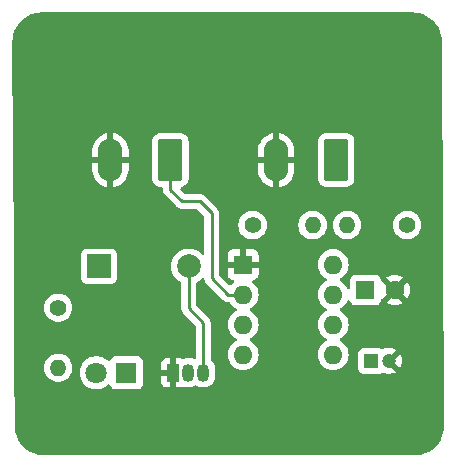
<source format=gbr>
%TF.GenerationSoftware,KiCad,Pcbnew,8.0.5*%
%TF.CreationDate,2025-02-06T17:58:04+03:00*%
%TF.ProjectId,Touch Switch Project,546f7563-6820-4537-9769-746368205072,v01*%
%TF.SameCoordinates,Original*%
%TF.FileFunction,Copper,L2,Bot*%
%TF.FilePolarity,Positive*%
%FSLAX46Y46*%
G04 Gerber Fmt 4.6, Leading zero omitted, Abs format (unit mm)*
G04 Created by KiCad (PCBNEW 8.0.5) date 2025-02-06 17:58:04*
%MOMM*%
%LPD*%
G01*
G04 APERTURE LIST*
G04 Aperture macros list*
%AMRoundRect*
0 Rectangle with rounded corners*
0 $1 Rounding radius*
0 $2 $3 $4 $5 $6 $7 $8 $9 X,Y pos of 4 corners*
0 Add a 4 corners polygon primitive as box body*
4,1,4,$2,$3,$4,$5,$6,$7,$8,$9,$2,$3,0*
0 Add four circle primitives for the rounded corners*
1,1,$1+$1,$2,$3*
1,1,$1+$1,$4,$5*
1,1,$1+$1,$6,$7*
1,1,$1+$1,$8,$9*
0 Add four rect primitives between the rounded corners*
20,1,$1+$1,$2,$3,$4,$5,0*
20,1,$1+$1,$4,$5,$6,$7,0*
20,1,$1+$1,$6,$7,$8,$9,0*
20,1,$1+$1,$8,$9,$2,$3,0*%
G04 Aperture macros list end*
%TA.AperFunction,ComponentPad*%
%ADD10C,1.400000*%
%TD*%
%TA.AperFunction,ComponentPad*%
%ADD11O,1.400000X1.400000*%
%TD*%
%TA.AperFunction,ComponentPad*%
%ADD12R,1.600000X1.600000*%
%TD*%
%TA.AperFunction,ComponentPad*%
%ADD13C,1.600000*%
%TD*%
%TA.AperFunction,ComponentPad*%
%ADD14R,2.000000X2.000000*%
%TD*%
%TA.AperFunction,ComponentPad*%
%ADD15C,2.000000*%
%TD*%
%TA.AperFunction,ComponentPad*%
%ADD16R,1.800000X1.800000*%
%TD*%
%TA.AperFunction,ComponentPad*%
%ADD17C,1.800000*%
%TD*%
%TA.AperFunction,ComponentPad*%
%ADD18R,1.050000X1.500000*%
%TD*%
%TA.AperFunction,ComponentPad*%
%ADD19O,1.050000X1.500000*%
%TD*%
%TA.AperFunction,ComponentPad*%
%ADD20O,1.600000X1.600000*%
%TD*%
%TA.AperFunction,ComponentPad*%
%ADD21R,1.200000X1.200000*%
%TD*%
%TA.AperFunction,ComponentPad*%
%ADD22C,1.200000*%
%TD*%
%TA.AperFunction,ComponentPad*%
%ADD23RoundRect,0.249999X0.790001X1.550001X-0.790001X1.550001X-0.790001X-1.550001X0.790001X-1.550001X0*%
%TD*%
%TA.AperFunction,ComponentPad*%
%ADD24O,2.080000X3.600000*%
%TD*%
%TA.AperFunction,Conductor*%
%ADD25C,0.254000*%
%TD*%
G04 APERTURE END LIST*
D10*
%TO.P,R2,1*%
%TO.N,VCC*%
X139460000Y-75500000D03*
D11*
%TO.P,R2,2*%
%TO.N,Net-(J1-Pin_1)*%
X144540000Y-75500000D03*
%TD*%
D10*
%TO.P,R1,1*%
%TO.N,Net-(U1-DIS)*%
X152540000Y-75500000D03*
D11*
%TO.P,R1,2*%
%TO.N,VCC*%
X147460000Y-75500000D03*
%TD*%
D12*
%TO.P,C1,1*%
%TO.N,Net-(U1-DIS)*%
X149000000Y-81000000D03*
D13*
%TO.P,C1,2*%
%TO.N,GND*%
X151500000Y-81000000D03*
%TD*%
D14*
%TO.P,BZ1,1,+*%
%TO.N,VCC*%
X126460225Y-79000000D03*
D15*
%TO.P,BZ1,2,-*%
%TO.N,Net-(BZ1--)*%
X134060225Y-79000000D03*
%TD*%
D16*
%TO.P,LED,1,K*%
%TO.N,Net-(BZ1--)*%
X128775000Y-88000000D03*
D17*
%TO.P,LED,2,A*%
%TO.N,Net-(D1-A)*%
X126235000Y-88000000D03*
%TD*%
D18*
%TO.P,Q1,1,E*%
%TO.N,GND*%
X132730000Y-88000000D03*
D19*
%TO.P,Q1,2,B*%
%TO.N,Net-(Q1-B)*%
X134000000Y-88000000D03*
%TO.P,Q1,3,C*%
%TO.N,Net-(BZ1--)*%
X135270000Y-88000000D03*
%TD*%
D10*
%TO.P,R3,1*%
%TO.N,VCC*%
X123000000Y-82500000D03*
D11*
%TO.P,R3,2*%
%TO.N,Net-(D1-A)*%
X123000000Y-87580000D03*
%TD*%
D12*
%TO.P,555,1,GND*%
%TO.N,GND*%
X138660225Y-78850000D03*
D20*
%TO.P,555,2,TR*%
%TO.N,Net-(J1-Pin_1)*%
X138660225Y-81390000D03*
%TO.P,555,3,Q*%
%TO.N,Net-(Q1-B)*%
X138660225Y-83930000D03*
%TO.P,555,4,R*%
%TO.N,VCC*%
X138660225Y-86470000D03*
%TO.P,555,5,CV*%
%TO.N,Net-(U1-CV)*%
X146280225Y-86470000D03*
%TO.P,555,6,THR*%
%TO.N,Net-(U1-DIS)*%
X146280225Y-83930000D03*
%TO.P,555,7,DIS*%
X146280225Y-81390000D03*
%TO.P,555,8,VCC*%
%TO.N,VCC*%
X146280225Y-78850000D03*
%TD*%
D21*
%TO.P,C2,1*%
%TO.N,Net-(U1-CV)*%
X149500000Y-87000000D03*
D22*
%TO.P,C2,2*%
%TO.N,GND*%
X151000000Y-87000000D03*
%TD*%
D23*
%TO.P,Touch Input,1,Pin_1*%
%TO.N,Net-(J1-Pin_1)*%
X132500000Y-70000000D03*
D24*
%TO.P,Touch Input,2,Pin_2*%
%TO.N,GND*%
X127420000Y-70000000D03*
%TD*%
D23*
%TO.P,BAT+,1,Pin_1*%
%TO.N,VCC*%
X146540000Y-70000000D03*
D24*
%TO.P,BAT+,2,Pin_2*%
%TO.N,GND*%
X141460000Y-70000000D03*
%TD*%
D25*
%TO.N,Net-(BZ1--)*%
X134060225Y-79000000D02*
X134060225Y-82560225D01*
X135270000Y-83770000D02*
X135270000Y-88000000D01*
X134060225Y-82560225D02*
X135270000Y-83770000D01*
%TO.N,Net-(J1-Pin_1)*%
X136000000Y-74500000D02*
X136000000Y-80000000D01*
X133500000Y-73500000D02*
X135000000Y-73500000D01*
X135000000Y-73500000D02*
X136000000Y-74500000D01*
X132500000Y-72500000D02*
X133500000Y-73500000D01*
X136000000Y-80000000D02*
X137390000Y-81390000D01*
X132500000Y-70000000D02*
X132500000Y-72500000D01*
X137390000Y-81390000D02*
X138660225Y-81390000D01*
%TD*%
%TA.AperFunction,Conductor*%
%TO.N,GND*%
G36*
X153003736Y-57500726D02*
G01*
X153293796Y-57518271D01*
X153308659Y-57520076D01*
X153590798Y-57571780D01*
X153605335Y-57575363D01*
X153879172Y-57660695D01*
X153893163Y-57666000D01*
X154154743Y-57783727D01*
X154167989Y-57790680D01*
X154413465Y-57939075D01*
X154425776Y-57947573D01*
X154425792Y-57947585D01*
X154651573Y-58124473D01*
X154662781Y-58134403D01*
X154865596Y-58337218D01*
X154875526Y-58348426D01*
X154933811Y-58422821D01*
X154995481Y-58501538D01*
X155052422Y-58574217D01*
X155060926Y-58586537D01*
X155201633Y-58819295D01*
X155209316Y-58832004D01*
X155216275Y-58845263D01*
X155333997Y-59106831D01*
X155339306Y-59120832D01*
X155424635Y-59394663D01*
X155428219Y-59409201D01*
X155479923Y-59691340D01*
X155481728Y-59706205D01*
X155499274Y-59996263D01*
X155499500Y-60003750D01*
X155499500Y-60070244D01*
X155499938Y-60076642D01*
X155688807Y-92496024D01*
X155688583Y-92504233D01*
X155671068Y-92793797D01*
X155669263Y-92808662D01*
X155617559Y-93090802D01*
X155613975Y-93105340D01*
X155528643Y-93379185D01*
X155523337Y-93393176D01*
X155405615Y-93654746D01*
X155398656Y-93668004D01*
X155250265Y-93913475D01*
X155241759Y-93925799D01*
X155064873Y-94151580D01*
X155054944Y-94162788D01*
X154852116Y-94365619D01*
X154840908Y-94375548D01*
X154615120Y-94552443D01*
X154602797Y-94560949D01*
X154357333Y-94709341D01*
X154344074Y-94716300D01*
X154082514Y-94834021D01*
X154068514Y-94839331D01*
X153794669Y-94924668D01*
X153780130Y-94928252D01*
X153497993Y-94979960D01*
X153483128Y-94981765D01*
X153193729Y-94999274D01*
X153186241Y-94999500D01*
X121814421Y-94999500D01*
X121806932Y-94999274D01*
X121516874Y-94981724D01*
X121502010Y-94979919D01*
X121219878Y-94928213D01*
X121205339Y-94924629D01*
X120931499Y-94839294D01*
X120917499Y-94833984D01*
X120655943Y-94716265D01*
X120642684Y-94709306D01*
X120397224Y-94560917D01*
X120384901Y-94552411D01*
X120159117Y-94375518D01*
X120147909Y-94365589D01*
X119945085Y-94162762D01*
X119935156Y-94151553D01*
X119758271Y-93925772D01*
X119749771Y-93913459D01*
X119601370Y-93667972D01*
X119594426Y-93654742D01*
X119476697Y-93393156D01*
X119471395Y-93379175D01*
X119386059Y-93105319D01*
X119382477Y-93090783D01*
X119330776Y-92808657D01*
X119328971Y-92793793D01*
X119311386Y-92503081D01*
X119311160Y-92495594D01*
X119311160Y-92429745D01*
X119310720Y-92423350D01*
X119282504Y-87579999D01*
X121794357Y-87579999D01*
X121794357Y-87580000D01*
X121814884Y-87801535D01*
X121814885Y-87801537D01*
X121875769Y-88015523D01*
X121875775Y-88015538D01*
X121974938Y-88214683D01*
X121974943Y-88214691D01*
X122109020Y-88392238D01*
X122273437Y-88542123D01*
X122273439Y-88542125D01*
X122462595Y-88659245D01*
X122462596Y-88659245D01*
X122462599Y-88659247D01*
X122670060Y-88739618D01*
X122888757Y-88780500D01*
X122888759Y-88780500D01*
X123111241Y-88780500D01*
X123111243Y-88780500D01*
X123329940Y-88739618D01*
X123537401Y-88659247D01*
X123726562Y-88542124D01*
X123890981Y-88392236D01*
X124025058Y-88214689D01*
X124124229Y-88015528D01*
X124128649Y-87999993D01*
X124829700Y-87999993D01*
X124829700Y-88000006D01*
X124848864Y-88231297D01*
X124848866Y-88231308D01*
X124905842Y-88456300D01*
X124999075Y-88668848D01*
X125126016Y-88863147D01*
X125126019Y-88863151D01*
X125126021Y-88863153D01*
X125283216Y-89033913D01*
X125283219Y-89033915D01*
X125283222Y-89033918D01*
X125466365Y-89176464D01*
X125466371Y-89176468D01*
X125466374Y-89176470D01*
X125670497Y-89286936D01*
X125784487Y-89326068D01*
X125890015Y-89362297D01*
X125890017Y-89362297D01*
X125890019Y-89362298D01*
X126118951Y-89400500D01*
X126118952Y-89400500D01*
X126351048Y-89400500D01*
X126351049Y-89400500D01*
X126579981Y-89362298D01*
X126799503Y-89286936D01*
X127003626Y-89176470D01*
X127186784Y-89033913D01*
X127195130Y-89024846D01*
X127255010Y-88988854D01*
X127324849Y-88990949D01*
X127382468Y-89030469D01*
X127402544Y-89065491D01*
X127431203Y-89142330D01*
X127431206Y-89142335D01*
X127517452Y-89257544D01*
X127517455Y-89257547D01*
X127632664Y-89343793D01*
X127632671Y-89343797D01*
X127767517Y-89394091D01*
X127767516Y-89394091D01*
X127774444Y-89394835D01*
X127827127Y-89400500D01*
X129722872Y-89400499D01*
X129782483Y-89394091D01*
X129917331Y-89343796D01*
X130032546Y-89257546D01*
X130118796Y-89142331D01*
X130169091Y-89007483D01*
X130175500Y-88947873D01*
X130175499Y-87052128D01*
X130169091Y-86992517D01*
X130167608Y-86988542D01*
X130118797Y-86857671D01*
X130118793Y-86857664D01*
X130032547Y-86742455D01*
X130032544Y-86742452D01*
X129917335Y-86656206D01*
X129917328Y-86656202D01*
X129782482Y-86605908D01*
X129782483Y-86605908D01*
X129722883Y-86599501D01*
X129722881Y-86599500D01*
X129722873Y-86599500D01*
X129722864Y-86599500D01*
X127827129Y-86599500D01*
X127827123Y-86599501D01*
X127767516Y-86605908D01*
X127632671Y-86656202D01*
X127632664Y-86656206D01*
X127517455Y-86742452D01*
X127517452Y-86742455D01*
X127431206Y-86857664D01*
X127431203Y-86857670D01*
X127402544Y-86934508D01*
X127360672Y-86990441D01*
X127295208Y-87014858D01*
X127226935Y-87000006D01*
X127195135Y-86975158D01*
X127186784Y-86966087D01*
X127186778Y-86966082D01*
X127186777Y-86966081D01*
X127003634Y-86823535D01*
X127003628Y-86823531D01*
X126799504Y-86713064D01*
X126799495Y-86713061D01*
X126579984Y-86637702D01*
X126359654Y-86600936D01*
X126351049Y-86599500D01*
X126118951Y-86599500D01*
X126110346Y-86600936D01*
X125890015Y-86637702D01*
X125670504Y-86713061D01*
X125670495Y-86713064D01*
X125466371Y-86823531D01*
X125466365Y-86823535D01*
X125283222Y-86966081D01*
X125283219Y-86966084D01*
X125283216Y-86966086D01*
X125283216Y-86966087D01*
X125244719Y-87007906D01*
X125126016Y-87136852D01*
X124999075Y-87331151D01*
X124905842Y-87543699D01*
X124848866Y-87768691D01*
X124848864Y-87768702D01*
X124829700Y-87999993D01*
X124128649Y-87999993D01*
X124185115Y-87801536D01*
X124205643Y-87580000D01*
X124185115Y-87358464D01*
X124124229Y-87144472D01*
X124124224Y-87144461D01*
X124025061Y-86945316D01*
X124025056Y-86945308D01*
X123890979Y-86767761D01*
X123726562Y-86617876D01*
X123726560Y-86617874D01*
X123537404Y-86500754D01*
X123537398Y-86500752D01*
X123329940Y-86420382D01*
X123111243Y-86379500D01*
X122888757Y-86379500D01*
X122670060Y-86420382D01*
X122541987Y-86469998D01*
X122462601Y-86500752D01*
X122462595Y-86500754D01*
X122273439Y-86617874D01*
X122273437Y-86617876D01*
X122109020Y-86767761D01*
X121974943Y-86945308D01*
X121974938Y-86945316D01*
X121875775Y-87144461D01*
X121875769Y-87144476D01*
X121814885Y-87358462D01*
X121814884Y-87358464D01*
X121794357Y-87579999D01*
X119282504Y-87579999D01*
X119252909Y-82499999D01*
X121794357Y-82499999D01*
X121794357Y-82500000D01*
X121814884Y-82721535D01*
X121814885Y-82721537D01*
X121875769Y-82935523D01*
X121875775Y-82935538D01*
X121974938Y-83134683D01*
X121974943Y-83134691D01*
X122109020Y-83312238D01*
X122273437Y-83462123D01*
X122273439Y-83462125D01*
X122462595Y-83579245D01*
X122462596Y-83579245D01*
X122462599Y-83579247D01*
X122670060Y-83659618D01*
X122888757Y-83700500D01*
X122888759Y-83700500D01*
X123111241Y-83700500D01*
X123111243Y-83700500D01*
X123329940Y-83659618D01*
X123537401Y-83579247D01*
X123726562Y-83462124D01*
X123890981Y-83312236D01*
X124025058Y-83134689D01*
X124124229Y-82935528D01*
X124185115Y-82721536D01*
X124205643Y-82500000D01*
X124185115Y-82278464D01*
X124124229Y-82064472D01*
X124113206Y-82042335D01*
X124025061Y-81865316D01*
X124025056Y-81865308D01*
X123890979Y-81687761D01*
X123726562Y-81537876D01*
X123726560Y-81537874D01*
X123537404Y-81420754D01*
X123537398Y-81420752D01*
X123329940Y-81340382D01*
X123111243Y-81299500D01*
X122888757Y-81299500D01*
X122670060Y-81340382D01*
X122586532Y-81372741D01*
X122462601Y-81420752D01*
X122462595Y-81420754D01*
X122273439Y-81537874D01*
X122273437Y-81537876D01*
X122109020Y-81687761D01*
X121974943Y-81865308D01*
X121974938Y-81865316D01*
X121875775Y-82064461D01*
X121875769Y-82064476D01*
X121814885Y-82278462D01*
X121814884Y-82278464D01*
X121794357Y-82499999D01*
X119252909Y-82499999D01*
X119226414Y-77952135D01*
X124959725Y-77952135D01*
X124959725Y-80047870D01*
X124959726Y-80047876D01*
X124966133Y-80107483D01*
X125016427Y-80242328D01*
X125016431Y-80242335D01*
X125102677Y-80357544D01*
X125102680Y-80357547D01*
X125217889Y-80443793D01*
X125217896Y-80443797D01*
X125352742Y-80494091D01*
X125352741Y-80494091D01*
X125359669Y-80494835D01*
X125412352Y-80500500D01*
X127508097Y-80500499D01*
X127567708Y-80494091D01*
X127702556Y-80443796D01*
X127817771Y-80357546D01*
X127904021Y-80242331D01*
X127954316Y-80107483D01*
X127960725Y-80047873D01*
X127960724Y-77952128D01*
X127954316Y-77892517D01*
X127954216Y-77892250D01*
X127904022Y-77757671D01*
X127904018Y-77757664D01*
X127817772Y-77642455D01*
X127817769Y-77642452D01*
X127702560Y-77556206D01*
X127702553Y-77556202D01*
X127567707Y-77505908D01*
X127567708Y-77505908D01*
X127508108Y-77499501D01*
X127508106Y-77499500D01*
X127508098Y-77499500D01*
X127508089Y-77499500D01*
X125412354Y-77499500D01*
X125412348Y-77499501D01*
X125352741Y-77505908D01*
X125217896Y-77556202D01*
X125217889Y-77556206D01*
X125102680Y-77642452D01*
X125102677Y-77642455D01*
X125016431Y-77757664D01*
X125016427Y-77757671D01*
X124966133Y-77892517D01*
X124960747Y-77942620D01*
X124959726Y-77952123D01*
X124959725Y-77952135D01*
X119226414Y-77952135D01*
X119174953Y-69118799D01*
X125880000Y-69118799D01*
X125880000Y-69750000D01*
X126765879Y-69750000D01*
X126746901Y-69795818D01*
X126720000Y-69931056D01*
X126720000Y-70068944D01*
X126746901Y-70204182D01*
X126765879Y-70250000D01*
X125880000Y-70250000D01*
X125880000Y-70881200D01*
X125917920Y-71120618D01*
X125992827Y-71351159D01*
X126102874Y-71567136D01*
X126245356Y-71763245D01*
X126416754Y-71934643D01*
X126612863Y-72077125D01*
X126828840Y-72187172D01*
X127059381Y-72262080D01*
X127170000Y-72279600D01*
X127170000Y-70654120D01*
X127215818Y-70673099D01*
X127351056Y-70700000D01*
X127488944Y-70700000D01*
X127624182Y-70673099D01*
X127670000Y-70654120D01*
X127670000Y-72279599D01*
X127780618Y-72262080D01*
X128011159Y-72187172D01*
X128227136Y-72077125D01*
X128423245Y-71934643D01*
X128594643Y-71763245D01*
X128737125Y-71567136D01*
X128847172Y-71351159D01*
X128922079Y-71120618D01*
X128960000Y-70881200D01*
X128960000Y-70250000D01*
X128074121Y-70250000D01*
X128093099Y-70204182D01*
X128120000Y-70068944D01*
X128120000Y-69931056D01*
X128093099Y-69795818D01*
X128074121Y-69750000D01*
X128960000Y-69750000D01*
X128960000Y-69118799D01*
X128922079Y-68879381D01*
X128847172Y-68648840D01*
X128737125Y-68432863D01*
X128713235Y-68399982D01*
X130959500Y-68399982D01*
X130959500Y-71600017D01*
X130970000Y-71702796D01*
X130970001Y-71702798D01*
X131025186Y-71869335D01*
X131117288Y-72018656D01*
X131241344Y-72142712D01*
X131390665Y-72234814D01*
X131557202Y-72289999D01*
X131659990Y-72300500D01*
X131748500Y-72300500D01*
X131815539Y-72320185D01*
X131861294Y-72372989D01*
X131872500Y-72424500D01*
X131872500Y-72561807D01*
X131896612Y-72683027D01*
X131896614Y-72683035D01*
X131930062Y-72763784D01*
X131943917Y-72797233D01*
X131994209Y-72872500D01*
X132012589Y-72900008D01*
X132012590Y-72900009D01*
X132012593Y-72900013D01*
X133012589Y-73900008D01*
X133099992Y-73987411D01*
X133099994Y-73987413D01*
X133099996Y-73987414D01*
X133202756Y-74056076D01*
X133202758Y-74056077D01*
X133202767Y-74056083D01*
X133227772Y-74066440D01*
X133250071Y-74075677D01*
X133292254Y-74093149D01*
X133316966Y-74103386D01*
X133438192Y-74127499D01*
X133438196Y-74127500D01*
X133438197Y-74127500D01*
X133561804Y-74127500D01*
X134688719Y-74127500D01*
X134755758Y-74147185D01*
X134776400Y-74163819D01*
X135336181Y-74723600D01*
X135369666Y-74784923D01*
X135372500Y-74811281D01*
X135372500Y-77892250D01*
X135352815Y-77959289D01*
X135300011Y-78005044D01*
X135230853Y-78014988D01*
X135167297Y-77985963D01*
X135157271Y-77976233D01*
X135079972Y-77892265D01*
X135079969Y-77892262D01*
X135025610Y-77849953D01*
X134883734Y-77739526D01*
X134883732Y-77739525D01*
X134883731Y-77739524D01*
X134665036Y-77621172D01*
X134665027Y-77621169D01*
X134429841Y-77540429D01*
X134184560Y-77499500D01*
X133935890Y-77499500D01*
X133690608Y-77540429D01*
X133455422Y-77621169D01*
X133455413Y-77621172D01*
X133236718Y-77739524D01*
X133040482Y-77892261D01*
X132872058Y-78075217D01*
X132736051Y-78283393D01*
X132636161Y-78511118D01*
X132575117Y-78752175D01*
X132575115Y-78752187D01*
X132554582Y-78999994D01*
X132554582Y-79000005D01*
X132575115Y-79247812D01*
X132575117Y-79247824D01*
X132636161Y-79488881D01*
X132736051Y-79716606D01*
X132872058Y-79924782D01*
X132902328Y-79957664D01*
X133040481Y-80107738D01*
X133140851Y-80185859D01*
X133236713Y-80260472D01*
X133236717Y-80260475D01*
X133367742Y-80331381D01*
X133417333Y-80380600D01*
X133432725Y-80440436D01*
X133432725Y-82622032D01*
X133456837Y-82743253D01*
X133456839Y-82743260D01*
X133480107Y-82799432D01*
X133504142Y-82857458D01*
X133534480Y-82902861D01*
X133534480Y-82902862D01*
X133572815Y-82960235D01*
X133572818Y-82960238D01*
X134606181Y-83993600D01*
X134639666Y-84054923D01*
X134642500Y-84081281D01*
X134642500Y-86745560D01*
X134622815Y-86812599D01*
X134570011Y-86858354D01*
X134500853Y-86868298D01*
X134471047Y-86860121D01*
X134299127Y-86788909D01*
X134299119Y-86788907D01*
X134101007Y-86749500D01*
X134101003Y-86749500D01*
X133898997Y-86749500D01*
X133898992Y-86749500D01*
X133700880Y-86788907D01*
X133700868Y-86788910D01*
X133619661Y-86822547D01*
X133550191Y-86830016D01*
X133505140Y-86810405D01*
X133504872Y-86810897D01*
X133499374Y-86807894D01*
X133497895Y-86807251D01*
X133497086Y-86806645D01*
X133362379Y-86756403D01*
X133362372Y-86756401D01*
X133302844Y-86750000D01*
X132980000Y-86750000D01*
X132980000Y-87634134D01*
X132977617Y-87658326D01*
X132974500Y-87673995D01*
X132974500Y-87714170D01*
X132960255Y-87699925D01*
X132874745Y-87650556D01*
X132779370Y-87625000D01*
X132680630Y-87625000D01*
X132585255Y-87650556D01*
X132499745Y-87699925D01*
X132480000Y-87719670D01*
X132480000Y-86750000D01*
X132157155Y-86750000D01*
X132097627Y-86756401D01*
X132097620Y-86756403D01*
X131962913Y-86806645D01*
X131962906Y-86806649D01*
X131847812Y-86892809D01*
X131847809Y-86892812D01*
X131761649Y-87007906D01*
X131761645Y-87007913D01*
X131711403Y-87142620D01*
X131711401Y-87142627D01*
X131705000Y-87202155D01*
X131705000Y-87750000D01*
X132449670Y-87750000D01*
X132429925Y-87769745D01*
X132380556Y-87855255D01*
X132355000Y-87950630D01*
X132355000Y-88049370D01*
X132380556Y-88144745D01*
X132429925Y-88230255D01*
X132449670Y-88250000D01*
X131705000Y-88250000D01*
X131705000Y-88797844D01*
X131711401Y-88857372D01*
X131711403Y-88857379D01*
X131761645Y-88992086D01*
X131761649Y-88992093D01*
X131847809Y-89107187D01*
X131847812Y-89107190D01*
X131962906Y-89193350D01*
X131962913Y-89193354D01*
X132097620Y-89243596D01*
X132097627Y-89243598D01*
X132157155Y-89249999D01*
X132157172Y-89250000D01*
X132480000Y-89250000D01*
X132480000Y-88280330D01*
X132499745Y-88300075D01*
X132585255Y-88349444D01*
X132680630Y-88375000D01*
X132779370Y-88375000D01*
X132874745Y-88349444D01*
X132960255Y-88300075D01*
X132974500Y-88285830D01*
X132974500Y-88326002D01*
X132977617Y-88341671D01*
X132980000Y-88365865D01*
X132980000Y-89250000D01*
X133302828Y-89250000D01*
X133302844Y-89249999D01*
X133362372Y-89243598D01*
X133362376Y-89243597D01*
X133497089Y-89193352D01*
X133497896Y-89192748D01*
X133498845Y-89192393D01*
X133504876Y-89189101D01*
X133505349Y-89189967D01*
X133563360Y-89168329D01*
X133619661Y-89177451D01*
X133700873Y-89211091D01*
X133864288Y-89243596D01*
X133898992Y-89250499D01*
X133898996Y-89250500D01*
X133898997Y-89250500D01*
X134101004Y-89250500D01*
X134101005Y-89250499D01*
X134299127Y-89211091D01*
X134485756Y-89133786D01*
X134566110Y-89080094D01*
X134632786Y-89059217D01*
X134700166Y-89077701D01*
X134703865Y-89080078D01*
X134784244Y-89133786D01*
X134970873Y-89211091D01*
X135134288Y-89243596D01*
X135168992Y-89250499D01*
X135168996Y-89250500D01*
X135168997Y-89250500D01*
X135371004Y-89250500D01*
X135371005Y-89250499D01*
X135569127Y-89211091D01*
X135755756Y-89133786D01*
X135923718Y-89021558D01*
X136066558Y-88878718D01*
X136178786Y-88710756D01*
X136256091Y-88524127D01*
X136295500Y-88326003D01*
X136295500Y-87673997D01*
X136256091Y-87475873D01*
X136178786Y-87289244D01*
X136178784Y-87289241D01*
X136178782Y-87289237D01*
X136066558Y-87121281D01*
X135933819Y-86988542D01*
X135900334Y-86927219D01*
X135897500Y-86900861D01*
X135897500Y-83708194D01*
X135873386Y-83586970D01*
X135873385Y-83586969D01*
X135873385Y-83586965D01*
X135870187Y-83579245D01*
X135826086Y-83472773D01*
X135826079Y-83472760D01*
X135757412Y-83369993D01*
X135757411Y-83369992D01*
X135670008Y-83282589D01*
X134724044Y-82336625D01*
X134690559Y-82275302D01*
X134687725Y-82248944D01*
X134687725Y-80440436D01*
X134707410Y-80373397D01*
X134752708Y-80331381D01*
X134777967Y-80317712D01*
X134883734Y-80260474D01*
X135079969Y-80107738D01*
X135162788Y-80017772D01*
X135222674Y-79981782D01*
X135292512Y-79983882D01*
X135350128Y-80023405D01*
X135375634Y-80077564D01*
X135396612Y-80183028D01*
X135396613Y-80183032D01*
X135396614Y-80183035D01*
X135398615Y-80187865D01*
X135421176Y-80242331D01*
X135421175Y-80242331D01*
X135421176Y-80242332D01*
X135443913Y-80297226D01*
X135443920Y-80297239D01*
X135512588Y-80400007D01*
X135512591Y-80400011D01*
X136902589Y-81790008D01*
X136949069Y-81836488D01*
X136989993Y-81877412D01*
X137092760Y-81946079D01*
X137092773Y-81946086D01*
X137136106Y-81964035D01*
X137136107Y-81964035D01*
X137206966Y-81993386D01*
X137328192Y-82017499D01*
X137328196Y-82017500D01*
X137328197Y-82017500D01*
X137447438Y-82017500D01*
X137514477Y-82037185D01*
X137549011Y-82070376D01*
X137555068Y-82079025D01*
X137660179Y-82229141D01*
X137821083Y-82390045D01*
X137821086Y-82390047D01*
X138007491Y-82520568D01*
X138065500Y-82547618D01*
X138117939Y-82593791D01*
X138137091Y-82660984D01*
X138116875Y-82727865D01*
X138065500Y-82772382D01*
X138007492Y-82799431D01*
X138007490Y-82799432D01*
X137821083Y-82929954D01*
X137660179Y-83090858D01*
X137529657Y-83277265D01*
X137529656Y-83277267D01*
X137433486Y-83483502D01*
X137433483Y-83483511D01*
X137374591Y-83703302D01*
X137374589Y-83703313D01*
X137354757Y-83929998D01*
X137354757Y-83930001D01*
X137374589Y-84156686D01*
X137374591Y-84156697D01*
X137433483Y-84376488D01*
X137433486Y-84376497D01*
X137529656Y-84582732D01*
X137529657Y-84582734D01*
X137660179Y-84769141D01*
X137821083Y-84930045D01*
X137821086Y-84930047D01*
X138007491Y-85060568D01*
X138065500Y-85087618D01*
X138117939Y-85133791D01*
X138137091Y-85200984D01*
X138116875Y-85267865D01*
X138065500Y-85312382D01*
X138007492Y-85339431D01*
X138007490Y-85339432D01*
X137821083Y-85469954D01*
X137660179Y-85630858D01*
X137529657Y-85817265D01*
X137529656Y-85817267D01*
X137433486Y-86023502D01*
X137433483Y-86023511D01*
X137374591Y-86243302D01*
X137374589Y-86243313D01*
X137354757Y-86469998D01*
X137354757Y-86470001D01*
X137374589Y-86696686D01*
X137374591Y-86696697D01*
X137433483Y-86916488D01*
X137433486Y-86916497D01*
X137529656Y-87122732D01*
X137529657Y-87122734D01*
X137660179Y-87309141D01*
X137821083Y-87470045D01*
X137821086Y-87470047D01*
X138007491Y-87600568D01*
X138213729Y-87696739D01*
X138433533Y-87755635D01*
X138594811Y-87769745D01*
X138660223Y-87775468D01*
X138660225Y-87775468D01*
X138660227Y-87775468D01*
X138725639Y-87769745D01*
X138886917Y-87755635D01*
X139106721Y-87696739D01*
X139312959Y-87600568D01*
X139499364Y-87470047D01*
X139660272Y-87309139D01*
X139790793Y-87122734D01*
X139886964Y-86916496D01*
X139945860Y-86696692D01*
X139965693Y-86470000D01*
X139945860Y-86243308D01*
X139886964Y-86023504D01*
X139790793Y-85817266D01*
X139660272Y-85630861D01*
X139660270Y-85630858D01*
X139499366Y-85469954D01*
X139312959Y-85339432D01*
X139312953Y-85339429D01*
X139254950Y-85312382D01*
X139202510Y-85266210D01*
X139183358Y-85199017D01*
X139203573Y-85132135D01*
X139254950Y-85087618D01*
X139312959Y-85060568D01*
X139499364Y-84930047D01*
X139660272Y-84769139D01*
X139790793Y-84582734D01*
X139886964Y-84376496D01*
X139945860Y-84156692D01*
X139965693Y-83930000D01*
X139945860Y-83703308D01*
X139886964Y-83483504D01*
X139790793Y-83277266D01*
X139660272Y-83090861D01*
X139660270Y-83090858D01*
X139499366Y-82929954D01*
X139312959Y-82799432D01*
X139312953Y-82799429D01*
X139254950Y-82772382D01*
X139202510Y-82726210D01*
X139183358Y-82659017D01*
X139203573Y-82592135D01*
X139254950Y-82547618D01*
X139312959Y-82520568D01*
X139499364Y-82390047D01*
X139660272Y-82229139D01*
X139790793Y-82042734D01*
X139886964Y-81836496D01*
X139945860Y-81616692D01*
X139965693Y-81390000D01*
X139945860Y-81163308D01*
X139886964Y-80943504D01*
X139790793Y-80737266D01*
X139662247Y-80553682D01*
X139660270Y-80550858D01*
X139499368Y-80389956D01*
X139474137Y-80372289D01*
X139430512Y-80317712D01*
X139423320Y-80248213D01*
X139454842Y-80185859D01*
X139515072Y-80150445D01*
X139532006Y-80147424D01*
X139567605Y-80143596D01*
X139702311Y-80093354D01*
X139702318Y-80093350D01*
X139817412Y-80007190D01*
X139817415Y-80007187D01*
X139903575Y-79892093D01*
X139903579Y-79892086D01*
X139953821Y-79757379D01*
X139953823Y-79757372D01*
X139960224Y-79697844D01*
X139960225Y-79697827D01*
X139960225Y-79100000D01*
X138975911Y-79100000D01*
X138980305Y-79095606D01*
X139032966Y-79004394D01*
X139060225Y-78902661D01*
X139060225Y-78849998D01*
X144974757Y-78849998D01*
X144974757Y-78850001D01*
X144994589Y-79076686D01*
X144994591Y-79076697D01*
X145053483Y-79296488D01*
X145053486Y-79296497D01*
X145149656Y-79502732D01*
X145149657Y-79502734D01*
X145280179Y-79689141D01*
X145441083Y-79850045D01*
X145441086Y-79850047D01*
X145627491Y-79980568D01*
X145684582Y-80007190D01*
X145685500Y-80007618D01*
X145737939Y-80053791D01*
X145757091Y-80120984D01*
X145736875Y-80187865D01*
X145685500Y-80232382D01*
X145627492Y-80259431D01*
X145627490Y-80259432D01*
X145441083Y-80389954D01*
X145280179Y-80550858D01*
X145149657Y-80737265D01*
X145149656Y-80737267D01*
X145053486Y-80943502D01*
X145053483Y-80943511D01*
X144994591Y-81163302D01*
X144994589Y-81163313D01*
X144974757Y-81389998D01*
X144974757Y-81390001D01*
X144994589Y-81616686D01*
X144994591Y-81616697D01*
X145053483Y-81836488D01*
X145053486Y-81836497D01*
X145149656Y-82042732D01*
X145149657Y-82042734D01*
X145280179Y-82229141D01*
X145441083Y-82390045D01*
X145441086Y-82390047D01*
X145627491Y-82520568D01*
X145685500Y-82547618D01*
X145737939Y-82593791D01*
X145757091Y-82660984D01*
X145736875Y-82727865D01*
X145685500Y-82772382D01*
X145627492Y-82799431D01*
X145627490Y-82799432D01*
X145441083Y-82929954D01*
X145280179Y-83090858D01*
X145149657Y-83277265D01*
X145149656Y-83277267D01*
X145053486Y-83483502D01*
X145053483Y-83483511D01*
X144994591Y-83703302D01*
X144994589Y-83703313D01*
X144974757Y-83929998D01*
X144974757Y-83930001D01*
X144994589Y-84156686D01*
X144994591Y-84156697D01*
X145053483Y-84376488D01*
X145053486Y-84376497D01*
X145149656Y-84582732D01*
X145149657Y-84582734D01*
X145280179Y-84769141D01*
X145441083Y-84930045D01*
X145441086Y-84930047D01*
X145627491Y-85060568D01*
X145685500Y-85087618D01*
X145737939Y-85133791D01*
X145757091Y-85200984D01*
X145736875Y-85267865D01*
X145685500Y-85312382D01*
X145627492Y-85339431D01*
X145627490Y-85339432D01*
X145441083Y-85469954D01*
X145280179Y-85630858D01*
X145149657Y-85817265D01*
X145149656Y-85817267D01*
X145053486Y-86023502D01*
X145053483Y-86023511D01*
X144994591Y-86243302D01*
X144994589Y-86243313D01*
X144974757Y-86469998D01*
X144974757Y-86470001D01*
X144994589Y-86696686D01*
X144994591Y-86696697D01*
X145053483Y-86916488D01*
X145053486Y-86916497D01*
X145149656Y-87122732D01*
X145149657Y-87122734D01*
X145280179Y-87309141D01*
X145441083Y-87470045D01*
X145441086Y-87470047D01*
X145627491Y-87600568D01*
X145833729Y-87696739D01*
X146053533Y-87755635D01*
X146214811Y-87769745D01*
X146280223Y-87775468D01*
X146280225Y-87775468D01*
X146280227Y-87775468D01*
X146345639Y-87769745D01*
X146506917Y-87755635D01*
X146726721Y-87696739D01*
X146932959Y-87600568D01*
X147119364Y-87470047D01*
X147280272Y-87309139D01*
X147410793Y-87122734D01*
X147506964Y-86916496D01*
X147565860Y-86696692D01*
X147585693Y-86470000D01*
X147575381Y-86352135D01*
X148399500Y-86352135D01*
X148399500Y-87647870D01*
X148399501Y-87647876D01*
X148405908Y-87707483D01*
X148456202Y-87842328D01*
X148456206Y-87842335D01*
X148542452Y-87957544D01*
X148542455Y-87957547D01*
X148657664Y-88043793D01*
X148657671Y-88043797D01*
X148792517Y-88094091D01*
X148792516Y-88094091D01*
X148799444Y-88094835D01*
X148852127Y-88100500D01*
X150147872Y-88100499D01*
X150207483Y-88094091D01*
X150342329Y-88043797D01*
X150342329Y-88043796D01*
X150342331Y-88043796D01*
X150391993Y-88006618D01*
X150457454Y-87982201D01*
X150511097Y-87990258D01*
X150697678Y-88062539D01*
X150898072Y-88100000D01*
X151101928Y-88100000D01*
X151302322Y-88062539D01*
X151492412Y-87988899D01*
X151492416Y-87988897D01*
X151580686Y-87934241D01*
X151580686Y-87934240D01*
X150941300Y-87294854D01*
X150960504Y-87300000D01*
X151039496Y-87300000D01*
X151115796Y-87279556D01*
X151184205Y-87240060D01*
X151240060Y-87184205D01*
X151279556Y-87115796D01*
X151300000Y-87039496D01*
X151300000Y-87000000D01*
X151353553Y-87000000D01*
X151937465Y-87583912D01*
X151939247Y-87581553D01*
X151939248Y-87581551D01*
X152030113Y-87399069D01*
X152030116Y-87399063D01*
X152085902Y-87202992D01*
X152085903Y-87202989D01*
X152104713Y-87000000D01*
X152104713Y-86999999D01*
X152085903Y-86797010D01*
X152085902Y-86797007D01*
X152030116Y-86600936D01*
X152030113Y-86600930D01*
X151939249Y-86418449D01*
X151939247Y-86418447D01*
X151937465Y-86416087D01*
X151353553Y-87000000D01*
X151300000Y-87000000D01*
X151300000Y-86960504D01*
X151279556Y-86884204D01*
X151240060Y-86815795D01*
X151184205Y-86759940D01*
X151115796Y-86720444D01*
X151039496Y-86700000D01*
X150960504Y-86700000D01*
X150941301Y-86705145D01*
X151000000Y-86646447D01*
X151580687Y-86065758D01*
X151492413Y-86011101D01*
X151492411Y-86011100D01*
X151302321Y-85937460D01*
X151101928Y-85900000D01*
X150898072Y-85900000D01*
X150697677Y-85937460D01*
X150511098Y-86009741D01*
X150441474Y-86015603D01*
X150391993Y-85993381D01*
X150342331Y-85956204D01*
X150342329Y-85956203D01*
X150342328Y-85956202D01*
X150207482Y-85905908D01*
X150207483Y-85905908D01*
X150147883Y-85899501D01*
X150147881Y-85899500D01*
X150147873Y-85899500D01*
X150147864Y-85899500D01*
X148852129Y-85899500D01*
X148852123Y-85899501D01*
X148792516Y-85905908D01*
X148657671Y-85956202D01*
X148657664Y-85956206D01*
X148542455Y-86042452D01*
X148542452Y-86042455D01*
X148456206Y-86157664D01*
X148456202Y-86157671D01*
X148405908Y-86292517D01*
X148399501Y-86352116D01*
X148399500Y-86352135D01*
X147575381Y-86352135D01*
X147565860Y-86243308D01*
X147506964Y-86023504D01*
X147410793Y-85817266D01*
X147280272Y-85630861D01*
X147280270Y-85630858D01*
X147119366Y-85469954D01*
X146932959Y-85339432D01*
X146932953Y-85339429D01*
X146874950Y-85312382D01*
X146822510Y-85266210D01*
X146803358Y-85199017D01*
X146823573Y-85132135D01*
X146874950Y-85087618D01*
X146932959Y-85060568D01*
X147119364Y-84930047D01*
X147280272Y-84769139D01*
X147410793Y-84582734D01*
X147506964Y-84376496D01*
X147565860Y-84156692D01*
X147585693Y-83930000D01*
X147565860Y-83703308D01*
X147506964Y-83483504D01*
X147410793Y-83277266D01*
X147280272Y-83090861D01*
X147280270Y-83090858D01*
X147119366Y-82929954D01*
X146932959Y-82799432D01*
X146932953Y-82799429D01*
X146874950Y-82772382D01*
X146822510Y-82726210D01*
X146803358Y-82659017D01*
X146823573Y-82592135D01*
X146874950Y-82547618D01*
X146932959Y-82520568D01*
X147119364Y-82390047D01*
X147280272Y-82229139D01*
X147410793Y-82042734D01*
X147477677Y-81899299D01*
X147523848Y-81846862D01*
X147591041Y-81827710D01*
X147657923Y-81847925D01*
X147703257Y-81901091D01*
X147706240Y-81908373D01*
X147756202Y-82042328D01*
X147756206Y-82042335D01*
X147842452Y-82157544D01*
X147842455Y-82157547D01*
X147957664Y-82243793D01*
X147957671Y-82243797D01*
X148092517Y-82294091D01*
X148092516Y-82294091D01*
X148099444Y-82294835D01*
X148152127Y-82300500D01*
X149847872Y-82300499D01*
X149907483Y-82294091D01*
X150042331Y-82243796D01*
X150157546Y-82157546D01*
X150243796Y-82042331D01*
X150294091Y-81907483D01*
X150300500Y-81847873D01*
X150300499Y-81847845D01*
X150300678Y-81844547D01*
X150302183Y-81844627D01*
X150320112Y-81783326D01*
X150372868Y-81737514D01*
X150416465Y-81729981D01*
X151100000Y-81046446D01*
X151100000Y-81052661D01*
X151127259Y-81154394D01*
X151179920Y-81245606D01*
X151254394Y-81320080D01*
X151345606Y-81372741D01*
X151447339Y-81400000D01*
X151453553Y-81400000D01*
X150774526Y-82079025D01*
X150847513Y-82130132D01*
X150847521Y-82130136D01*
X151053668Y-82226264D01*
X151053682Y-82226269D01*
X151273389Y-82285139D01*
X151273400Y-82285141D01*
X151499998Y-82304966D01*
X151500002Y-82304966D01*
X151726599Y-82285141D01*
X151726610Y-82285139D01*
X151946317Y-82226269D01*
X151946331Y-82226264D01*
X152152478Y-82130136D01*
X152225471Y-82079024D01*
X151546447Y-81400000D01*
X151552661Y-81400000D01*
X151654394Y-81372741D01*
X151745606Y-81320080D01*
X151820080Y-81245606D01*
X151872741Y-81154394D01*
X151900000Y-81052661D01*
X151900000Y-81046447D01*
X152579024Y-81725471D01*
X152630136Y-81652478D01*
X152726264Y-81446331D01*
X152726269Y-81446317D01*
X152785139Y-81226610D01*
X152785141Y-81226599D01*
X152804966Y-81000002D01*
X152804966Y-80999997D01*
X152785141Y-80773400D01*
X152785139Y-80773389D01*
X152726269Y-80553682D01*
X152726264Y-80553668D01*
X152630136Y-80347521D01*
X152630132Y-80347513D01*
X152579025Y-80274526D01*
X151900000Y-80953551D01*
X151900000Y-80947339D01*
X151872741Y-80845606D01*
X151820080Y-80754394D01*
X151745606Y-80679920D01*
X151654394Y-80627259D01*
X151552661Y-80600000D01*
X151546448Y-80600000D01*
X152225472Y-79920974D01*
X152152478Y-79869863D01*
X151946331Y-79773735D01*
X151946317Y-79773730D01*
X151726610Y-79714860D01*
X151726599Y-79714858D01*
X151500002Y-79695034D01*
X151499998Y-79695034D01*
X151273400Y-79714858D01*
X151273389Y-79714860D01*
X151053682Y-79773730D01*
X151053673Y-79773734D01*
X150847516Y-79869866D01*
X150847512Y-79869868D01*
X150774526Y-79920973D01*
X150774526Y-79920974D01*
X151453553Y-80600000D01*
X151447339Y-80600000D01*
X151345606Y-80627259D01*
X151254394Y-80679920D01*
X151179920Y-80754394D01*
X151127259Y-80845606D01*
X151100000Y-80947339D01*
X151100000Y-80953552D01*
X150415799Y-80269351D01*
X150366805Y-80259505D01*
X150316622Y-80210889D01*
X150301981Y-80155366D01*
X150300900Y-80155423D01*
X150300854Y-80155429D01*
X150300853Y-80155426D01*
X150300676Y-80155436D01*
X150300499Y-80152135D01*
X150300499Y-80152128D01*
X150294091Y-80092517D01*
X150288206Y-80076739D01*
X150243797Y-79957671D01*
X150243793Y-79957664D01*
X150157547Y-79842455D01*
X150157544Y-79842452D01*
X150042335Y-79756206D01*
X150042328Y-79756202D01*
X149907482Y-79705908D01*
X149907483Y-79705908D01*
X149847883Y-79699501D01*
X149847881Y-79699500D01*
X149847873Y-79699500D01*
X149847864Y-79699500D01*
X148152129Y-79699500D01*
X148152123Y-79699501D01*
X148092516Y-79705908D01*
X147957671Y-79756202D01*
X147957664Y-79756206D01*
X147842455Y-79842452D01*
X147842452Y-79842455D01*
X147756206Y-79957664D01*
X147756202Y-79957671D01*
X147705908Y-80092517D01*
X147699681Y-80150445D01*
X147699501Y-80152123D01*
X147699500Y-80152135D01*
X147699500Y-80797072D01*
X147679815Y-80864111D01*
X147627011Y-80909866D01*
X147557853Y-80919810D01*
X147494297Y-80890785D01*
X147463118Y-80849477D01*
X147438681Y-80797072D01*
X147410793Y-80737266D01*
X147282247Y-80553682D01*
X147280270Y-80550858D01*
X147119366Y-80389954D01*
X146932959Y-80259432D01*
X146932953Y-80259429D01*
X146905263Y-80246517D01*
X146874949Y-80232381D01*
X146822510Y-80186210D01*
X146803358Y-80119017D01*
X146823573Y-80052135D01*
X146874950Y-80007618D01*
X146875868Y-80007190D01*
X146932959Y-79980568D01*
X147119364Y-79850047D01*
X147280272Y-79689139D01*
X147410793Y-79502734D01*
X147506964Y-79296496D01*
X147565860Y-79076692D01*
X147585693Y-78850000D01*
X147565860Y-78623308D01*
X147506964Y-78403504D01*
X147410793Y-78197266D01*
X147280272Y-78010861D01*
X147280270Y-78010858D01*
X147119366Y-77849954D01*
X146932959Y-77719432D01*
X146932957Y-77719431D01*
X146726722Y-77623261D01*
X146726713Y-77623258D01*
X146506922Y-77564366D01*
X146506918Y-77564365D01*
X146506917Y-77564365D01*
X146506916Y-77564364D01*
X146506911Y-77564364D01*
X146280227Y-77544532D01*
X146280223Y-77544532D01*
X146053538Y-77564364D01*
X146053527Y-77564366D01*
X145833736Y-77623258D01*
X145833727Y-77623261D01*
X145627492Y-77719431D01*
X145627490Y-77719432D01*
X145441083Y-77849954D01*
X145280179Y-78010858D01*
X145149657Y-78197265D01*
X145149656Y-78197267D01*
X145053486Y-78403502D01*
X145053483Y-78403511D01*
X144994591Y-78623302D01*
X144994589Y-78623313D01*
X144974757Y-78849998D01*
X139060225Y-78849998D01*
X139060225Y-78797339D01*
X139032966Y-78695606D01*
X138980305Y-78604394D01*
X138975911Y-78600000D01*
X139960225Y-78600000D01*
X139960225Y-78002172D01*
X139960224Y-78002155D01*
X139953823Y-77942627D01*
X139953821Y-77942620D01*
X139903579Y-77807913D01*
X139903575Y-77807906D01*
X139817415Y-77692812D01*
X139817412Y-77692809D01*
X139702318Y-77606649D01*
X139702311Y-77606645D01*
X139567604Y-77556403D01*
X139567597Y-77556401D01*
X139508069Y-77550000D01*
X138910225Y-77550000D01*
X138910225Y-78534314D01*
X138905831Y-78529920D01*
X138814619Y-78477259D01*
X138712886Y-78450000D01*
X138607564Y-78450000D01*
X138505831Y-78477259D01*
X138414619Y-78529920D01*
X138410225Y-78534314D01*
X138410225Y-77550000D01*
X137812380Y-77550000D01*
X137752852Y-77556401D01*
X137752845Y-77556403D01*
X137618138Y-77606645D01*
X137618131Y-77606649D01*
X137503037Y-77692809D01*
X137503034Y-77692812D01*
X137416874Y-77807906D01*
X137416870Y-77807913D01*
X137366628Y-77942620D01*
X137366626Y-77942627D01*
X137360225Y-78002155D01*
X137360225Y-78600000D01*
X138344539Y-78600000D01*
X138340145Y-78604394D01*
X138287484Y-78695606D01*
X138260225Y-78797339D01*
X138260225Y-78902661D01*
X138287484Y-79004394D01*
X138340145Y-79095606D01*
X138344539Y-79100000D01*
X137360225Y-79100000D01*
X137360225Y-79697844D01*
X137366626Y-79757372D01*
X137366628Y-79757379D01*
X137416870Y-79892086D01*
X137416874Y-79892093D01*
X137503034Y-80007187D01*
X137503037Y-80007190D01*
X137618131Y-80093350D01*
X137618138Y-80093354D01*
X137752845Y-80143596D01*
X137752852Y-80143598D01*
X137788443Y-80147425D01*
X137852994Y-80174163D01*
X137892843Y-80231555D01*
X137895336Y-80301380D01*
X137859684Y-80361469D01*
X137846313Y-80372287D01*
X137821089Y-80389949D01*
X137660176Y-80550863D01*
X137660169Y-80550872D01*
X137653547Y-80560328D01*
X137598967Y-80603949D01*
X137529468Y-80611137D01*
X137467116Y-80579609D01*
X137464297Y-80576878D01*
X136663819Y-79776400D01*
X136630334Y-79715077D01*
X136627500Y-79688719D01*
X136627500Y-75499999D01*
X138254357Y-75499999D01*
X138254357Y-75500000D01*
X138274884Y-75721535D01*
X138274885Y-75721537D01*
X138335769Y-75935523D01*
X138335775Y-75935538D01*
X138434938Y-76134683D01*
X138434943Y-76134691D01*
X138569020Y-76312238D01*
X138733437Y-76462123D01*
X138733439Y-76462125D01*
X138922595Y-76579245D01*
X138922596Y-76579245D01*
X138922599Y-76579247D01*
X139130060Y-76659618D01*
X139348757Y-76700500D01*
X139348759Y-76700500D01*
X139571241Y-76700500D01*
X139571243Y-76700500D01*
X139789940Y-76659618D01*
X139997401Y-76579247D01*
X140186562Y-76462124D01*
X140350981Y-76312236D01*
X140485058Y-76134689D01*
X140584229Y-75935528D01*
X140645115Y-75721536D01*
X140665643Y-75500000D01*
X140665643Y-75499999D01*
X143334357Y-75499999D01*
X143334357Y-75500000D01*
X143354884Y-75721535D01*
X143354885Y-75721537D01*
X143415769Y-75935523D01*
X143415775Y-75935538D01*
X143514938Y-76134683D01*
X143514943Y-76134691D01*
X143649020Y-76312238D01*
X143813437Y-76462123D01*
X143813439Y-76462125D01*
X144002595Y-76579245D01*
X144002596Y-76579245D01*
X144002599Y-76579247D01*
X144210060Y-76659618D01*
X144428757Y-76700500D01*
X144428759Y-76700500D01*
X144651241Y-76700500D01*
X144651243Y-76700500D01*
X144869940Y-76659618D01*
X145077401Y-76579247D01*
X145266562Y-76462124D01*
X145430981Y-76312236D01*
X145565058Y-76134689D01*
X145664229Y-75935528D01*
X145725115Y-75721536D01*
X145745643Y-75500000D01*
X145745643Y-75499999D01*
X146254357Y-75499999D01*
X146254357Y-75500000D01*
X146274884Y-75721535D01*
X146274885Y-75721537D01*
X146335769Y-75935523D01*
X146335775Y-75935538D01*
X146434938Y-76134683D01*
X146434943Y-76134691D01*
X146569020Y-76312238D01*
X146733437Y-76462123D01*
X146733439Y-76462125D01*
X146922595Y-76579245D01*
X146922596Y-76579245D01*
X146922599Y-76579247D01*
X147130060Y-76659618D01*
X147348757Y-76700500D01*
X147348759Y-76700500D01*
X147571241Y-76700500D01*
X147571243Y-76700500D01*
X147789940Y-76659618D01*
X147997401Y-76579247D01*
X148186562Y-76462124D01*
X148350981Y-76312236D01*
X148485058Y-76134689D01*
X148584229Y-75935528D01*
X148645115Y-75721536D01*
X148665643Y-75500000D01*
X148665643Y-75499999D01*
X151334357Y-75499999D01*
X151334357Y-75500000D01*
X151354884Y-75721535D01*
X151354885Y-75721537D01*
X151415769Y-75935523D01*
X151415775Y-75935538D01*
X151514938Y-76134683D01*
X151514943Y-76134691D01*
X151649020Y-76312238D01*
X151813437Y-76462123D01*
X151813439Y-76462125D01*
X152002595Y-76579245D01*
X152002596Y-76579245D01*
X152002599Y-76579247D01*
X152210060Y-76659618D01*
X152428757Y-76700500D01*
X152428759Y-76700500D01*
X152651241Y-76700500D01*
X152651243Y-76700500D01*
X152869940Y-76659618D01*
X153077401Y-76579247D01*
X153266562Y-76462124D01*
X153430981Y-76312236D01*
X153565058Y-76134689D01*
X153664229Y-75935528D01*
X153725115Y-75721536D01*
X153745643Y-75500000D01*
X153725115Y-75278464D01*
X153664229Y-75064472D01*
X153664224Y-75064461D01*
X153565061Y-74865316D01*
X153565056Y-74865308D01*
X153430979Y-74687761D01*
X153266562Y-74537876D01*
X153266560Y-74537874D01*
X153077404Y-74420754D01*
X153077398Y-74420752D01*
X152869940Y-74340382D01*
X152651243Y-74299500D01*
X152428757Y-74299500D01*
X152210060Y-74340382D01*
X152078864Y-74391207D01*
X152002601Y-74420752D01*
X152002595Y-74420754D01*
X151813439Y-74537874D01*
X151813437Y-74537876D01*
X151649020Y-74687761D01*
X151514943Y-74865308D01*
X151514938Y-74865316D01*
X151415775Y-75064461D01*
X151415769Y-75064476D01*
X151354885Y-75278462D01*
X151354884Y-75278464D01*
X151334357Y-75499999D01*
X148665643Y-75499999D01*
X148645115Y-75278464D01*
X148584229Y-75064472D01*
X148584224Y-75064461D01*
X148485061Y-74865316D01*
X148485056Y-74865308D01*
X148350979Y-74687761D01*
X148186562Y-74537876D01*
X148186560Y-74537874D01*
X147997404Y-74420754D01*
X147997398Y-74420752D01*
X147789940Y-74340382D01*
X147571243Y-74299500D01*
X147348757Y-74299500D01*
X147130060Y-74340382D01*
X146998864Y-74391207D01*
X146922601Y-74420752D01*
X146922595Y-74420754D01*
X146733439Y-74537874D01*
X146733437Y-74537876D01*
X146569020Y-74687761D01*
X146434943Y-74865308D01*
X146434938Y-74865316D01*
X146335775Y-75064461D01*
X146335769Y-75064476D01*
X146274885Y-75278462D01*
X146274884Y-75278464D01*
X146254357Y-75499999D01*
X145745643Y-75499999D01*
X145725115Y-75278464D01*
X145664229Y-75064472D01*
X145664224Y-75064461D01*
X145565061Y-74865316D01*
X145565056Y-74865308D01*
X145430979Y-74687761D01*
X145266562Y-74537876D01*
X145266560Y-74537874D01*
X145077404Y-74420754D01*
X145077398Y-74420752D01*
X144869940Y-74340382D01*
X144651243Y-74299500D01*
X144428757Y-74299500D01*
X144210060Y-74340382D01*
X144078864Y-74391207D01*
X144002601Y-74420752D01*
X144002595Y-74420754D01*
X143813439Y-74537874D01*
X143813437Y-74537876D01*
X143649020Y-74687761D01*
X143514943Y-74865308D01*
X143514938Y-74865316D01*
X143415775Y-75064461D01*
X143415769Y-75064476D01*
X143354885Y-75278462D01*
X143354884Y-75278464D01*
X143334357Y-75499999D01*
X140665643Y-75499999D01*
X140645115Y-75278464D01*
X140584229Y-75064472D01*
X140584224Y-75064461D01*
X140485061Y-74865316D01*
X140485056Y-74865308D01*
X140350979Y-74687761D01*
X140186562Y-74537876D01*
X140186560Y-74537874D01*
X139997404Y-74420754D01*
X139997398Y-74420752D01*
X139789940Y-74340382D01*
X139571243Y-74299500D01*
X139348757Y-74299500D01*
X139130060Y-74340382D01*
X138998864Y-74391207D01*
X138922601Y-74420752D01*
X138922595Y-74420754D01*
X138733439Y-74537874D01*
X138733437Y-74537876D01*
X138569020Y-74687761D01*
X138434943Y-74865308D01*
X138434938Y-74865316D01*
X138335775Y-75064461D01*
X138335769Y-75064476D01*
X138274885Y-75278462D01*
X138274884Y-75278464D01*
X138254357Y-75499999D01*
X136627500Y-75499999D01*
X136627500Y-74438198D01*
X136627500Y-74438197D01*
X136624030Y-74420753D01*
X136603386Y-74316966D01*
X136558407Y-74208379D01*
X136556763Y-74203784D01*
X136487414Y-74099996D01*
X136487413Y-74099994D01*
X136463095Y-74075676D01*
X136400008Y-74012589D01*
X136287427Y-73900008D01*
X135400013Y-73012593D01*
X135400010Y-73012590D01*
X135362325Y-72987410D01*
X135297238Y-72943920D01*
X135297226Y-72943913D01*
X135263785Y-72930062D01*
X135183035Y-72896614D01*
X135183027Y-72896612D01*
X135061807Y-72872500D01*
X135061803Y-72872500D01*
X133811281Y-72872500D01*
X133744242Y-72852815D01*
X133723600Y-72836181D01*
X133385420Y-72498001D01*
X133351935Y-72436678D01*
X133356919Y-72366986D01*
X133398791Y-72311053D01*
X133436903Y-72293733D01*
X133436372Y-72292128D01*
X133442796Y-72289999D01*
X133442798Y-72289999D01*
X133609335Y-72234814D01*
X133758656Y-72142712D01*
X133882712Y-72018656D01*
X133974814Y-71869335D01*
X134029999Y-71702798D01*
X134040500Y-71600010D01*
X134040500Y-69118799D01*
X139920000Y-69118799D01*
X139920000Y-69750000D01*
X140805879Y-69750000D01*
X140786901Y-69795818D01*
X140760000Y-69931056D01*
X140760000Y-70068944D01*
X140786901Y-70204182D01*
X140805879Y-70250000D01*
X139920000Y-70250000D01*
X139920000Y-70881200D01*
X139957920Y-71120618D01*
X140032827Y-71351159D01*
X140142874Y-71567136D01*
X140285356Y-71763245D01*
X140456754Y-71934643D01*
X140652863Y-72077125D01*
X140868840Y-72187172D01*
X141099381Y-72262080D01*
X141210000Y-72279600D01*
X141210000Y-70654120D01*
X141255818Y-70673099D01*
X141391056Y-70700000D01*
X141528944Y-70700000D01*
X141664182Y-70673099D01*
X141710000Y-70654120D01*
X141710000Y-72279599D01*
X141820618Y-72262080D01*
X142051159Y-72187172D01*
X142267136Y-72077125D01*
X142463245Y-71934643D01*
X142634643Y-71763245D01*
X142777125Y-71567136D01*
X142887172Y-71351159D01*
X142962079Y-71120618D01*
X143000000Y-70881200D01*
X143000000Y-70250000D01*
X142114121Y-70250000D01*
X142133099Y-70204182D01*
X142160000Y-70068944D01*
X142160000Y-69931056D01*
X142133099Y-69795818D01*
X142114121Y-69750000D01*
X143000000Y-69750000D01*
X143000000Y-69118799D01*
X142962079Y-68879381D01*
X142887172Y-68648840D01*
X142777125Y-68432863D01*
X142753235Y-68399982D01*
X144999500Y-68399982D01*
X144999500Y-71600017D01*
X145010000Y-71702796D01*
X145010001Y-71702798D01*
X145065186Y-71869335D01*
X145157288Y-72018656D01*
X145281344Y-72142712D01*
X145430665Y-72234814D01*
X145597202Y-72289999D01*
X145699990Y-72300500D01*
X145699995Y-72300500D01*
X147380005Y-72300500D01*
X147380010Y-72300500D01*
X147482798Y-72289999D01*
X147649335Y-72234814D01*
X147798656Y-72142712D01*
X147922712Y-72018656D01*
X148014814Y-71869335D01*
X148069999Y-71702798D01*
X148080500Y-71600010D01*
X148080500Y-68399990D01*
X148069999Y-68297202D01*
X148014814Y-68130665D01*
X147922712Y-67981344D01*
X147798656Y-67857288D01*
X147649335Y-67765186D01*
X147482798Y-67710001D01*
X147482796Y-67710000D01*
X147380017Y-67699500D01*
X147380010Y-67699500D01*
X145699990Y-67699500D01*
X145699982Y-67699500D01*
X145597203Y-67710000D01*
X145597202Y-67710001D01*
X145514669Y-67737349D01*
X145430667Y-67765185D01*
X145430662Y-67765187D01*
X145281342Y-67857289D01*
X145157289Y-67981342D01*
X145065187Y-68130662D01*
X145065186Y-68130665D01*
X145010001Y-68297202D01*
X145010001Y-68297203D01*
X145010000Y-68297203D01*
X144999500Y-68399982D01*
X142753235Y-68399982D01*
X142634643Y-68236754D01*
X142463245Y-68065356D01*
X142267136Y-67922874D01*
X142051157Y-67812827D01*
X141820614Y-67737919D01*
X141710000Y-67720399D01*
X141710000Y-69345879D01*
X141664182Y-69326901D01*
X141528944Y-69300000D01*
X141391056Y-69300000D01*
X141255818Y-69326901D01*
X141210000Y-69345879D01*
X141210000Y-67720399D01*
X141209999Y-67720399D01*
X141099385Y-67737919D01*
X140868842Y-67812827D01*
X140652863Y-67922874D01*
X140456754Y-68065356D01*
X140285356Y-68236754D01*
X140142874Y-68432863D01*
X140032827Y-68648840D01*
X139957920Y-68879381D01*
X139920000Y-69118799D01*
X134040500Y-69118799D01*
X134040500Y-68399990D01*
X134029999Y-68297202D01*
X133974814Y-68130665D01*
X133882712Y-67981344D01*
X133758656Y-67857288D01*
X133609335Y-67765186D01*
X133442798Y-67710001D01*
X133442796Y-67710000D01*
X133340017Y-67699500D01*
X133340010Y-67699500D01*
X131659990Y-67699500D01*
X131659982Y-67699500D01*
X131557203Y-67710000D01*
X131557202Y-67710001D01*
X131474669Y-67737349D01*
X131390667Y-67765185D01*
X131390662Y-67765187D01*
X131241342Y-67857289D01*
X131117289Y-67981342D01*
X131025187Y-68130662D01*
X131025186Y-68130665D01*
X130970001Y-68297202D01*
X130970001Y-68297203D01*
X130970000Y-68297203D01*
X130959500Y-68399982D01*
X128713235Y-68399982D01*
X128594643Y-68236754D01*
X128423245Y-68065356D01*
X128227136Y-67922874D01*
X128011157Y-67812827D01*
X127780614Y-67737919D01*
X127670000Y-67720399D01*
X127670000Y-69345879D01*
X127624182Y-69326901D01*
X127488944Y-69300000D01*
X127351056Y-69300000D01*
X127215818Y-69326901D01*
X127170000Y-69345879D01*
X127170000Y-67720399D01*
X127169999Y-67720399D01*
X127059385Y-67737919D01*
X126828842Y-67812827D01*
X126612863Y-67922874D01*
X126416754Y-68065356D01*
X126245356Y-68236754D01*
X126102874Y-68432863D01*
X125992827Y-68648840D01*
X125917920Y-68879381D01*
X125880000Y-69118799D01*
X119174953Y-69118799D01*
X119121851Y-60003947D01*
X119122074Y-59995795D01*
X119139591Y-59706203D01*
X119141396Y-59691341D01*
X119179072Y-59485751D01*
X119193101Y-59409196D01*
X119196680Y-59394678D01*
X119282020Y-59120814D01*
X119287315Y-59106851D01*
X119405056Y-58845243D01*
X119411989Y-58832032D01*
X119560400Y-58586532D01*
X119568887Y-58574236D01*
X119745797Y-58348428D01*
X119755710Y-58337238D01*
X119958550Y-58134400D01*
X119969742Y-58124485D01*
X120195549Y-57947578D01*
X120207854Y-57939085D01*
X120453324Y-57790695D01*
X120466573Y-57783741D01*
X120728146Y-57666018D01*
X120742139Y-57660711D01*
X121015998Y-57575375D01*
X121030523Y-57571795D01*
X121312662Y-57520093D01*
X121327516Y-57518289D01*
X121568942Y-57503687D01*
X121617912Y-57500726D01*
X121625397Y-57500500D01*
X121687209Y-57500501D01*
X121687213Y-57500500D01*
X152934108Y-57500500D01*
X152996249Y-57500500D01*
X153003736Y-57500726D01*
G37*
%TD.AperFunction*%
%TD*%
M02*

</source>
